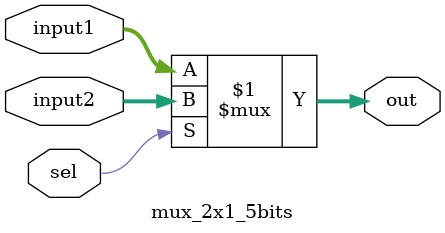
<source format=v>
`timescale 1ns / 1ps

module mux_2x1_5bits(
input [4:0] input1,input2,
input sel,
output [4:0] out
    );
      assign out = sel ? input2:input1;
endmodule

</source>
